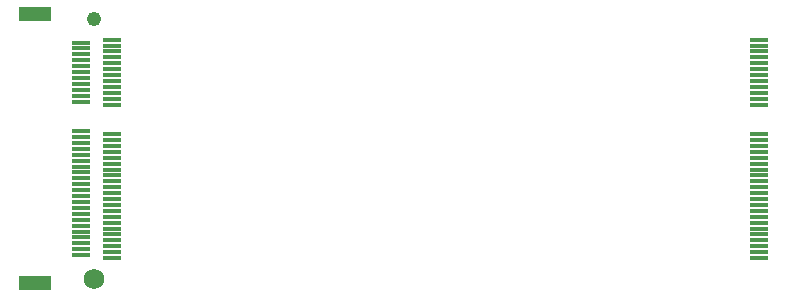
<source format=gts>
G04*
G04 #@! TF.GenerationSoftware,Altium Limited,Altium Designer,21.7.2 (23)*
G04*
G04 Layer_Color=8388736*
%FSLAX25Y25*%
%MOIN*%
G70*
G04*
G04 #@! TF.SameCoordinates,AC63ED2E-E8E0-4B6E-8806-03F55A2ED641*
G04*
G04*
G04 #@! TF.FilePolarity,Negative*
G04*
G01*
G75*
%ADD20R,0.06221X0.01496*%
%ADD21R,0.11142X0.05039*%
%ADD22R,0.06221X0.01693*%
%ADD23C,0.06811*%
%ADD24C,0.04842*%
%ADD25C,0.00400*%
D20*
X226378Y291339D02*
D03*
X236772Y292323D02*
D03*
X226378Y293307D02*
D03*
X236772Y294291D02*
D03*
X226378Y295276D02*
D03*
X236772Y296260D02*
D03*
X226378Y297244D02*
D03*
X236772Y298228D02*
D03*
Y268701D02*
D03*
X226378Y269685D02*
D03*
X236772Y270669D02*
D03*
X226378Y271654D02*
D03*
X236772Y272638D02*
D03*
X226378Y273622D02*
D03*
X236772Y274606D02*
D03*
X226378Y275590D02*
D03*
X236772Y276575D02*
D03*
X226378Y277559D02*
D03*
X236772Y278543D02*
D03*
X226378Y279528D02*
D03*
X236772Y280512D02*
D03*
X226378Y281496D02*
D03*
X236772Y282480D02*
D03*
X226378Y283465D02*
D03*
X236772Y284449D02*
D03*
X226378Y285433D02*
D03*
X236772Y286417D02*
D03*
X226378Y287402D02*
D03*
X236772Y288386D02*
D03*
X226378Y289370D02*
D03*
X236772Y290354D02*
D03*
X226378Y299213D02*
D03*
X236772Y300197D02*
D03*
X226378Y301181D02*
D03*
X236772Y302165D02*
D03*
X226378Y303150D02*
D03*
X236772Y304134D02*
D03*
X226378Y305118D02*
D03*
X236772Y306102D02*
D03*
X226378Y307087D02*
D03*
X236772Y308071D02*
D03*
X226378Y309055D02*
D03*
X236772Y310039D02*
D03*
X226378Y311024D02*
D03*
X236772Y319882D02*
D03*
X226378Y320866D02*
D03*
X236772Y321850D02*
D03*
X226378Y322835D02*
D03*
X236772Y323819D02*
D03*
X226378Y324803D02*
D03*
X236772Y325787D02*
D03*
X226378Y326772D02*
D03*
X236772Y327756D02*
D03*
X226378Y328740D02*
D03*
X236772Y329724D02*
D03*
X226378Y330709D02*
D03*
X236772Y331693D02*
D03*
X226378Y332677D02*
D03*
X236772Y333661D02*
D03*
X226378Y334646D02*
D03*
X236772Y335630D02*
D03*
X226378Y336614D02*
D03*
X236772Y337598D02*
D03*
X226378Y338583D02*
D03*
X236772Y339567D02*
D03*
X226378Y340551D02*
D03*
X236772Y341535D02*
D03*
D21*
X211102Y260295D02*
D03*
Y349941D02*
D03*
D22*
X452362Y341535D02*
D03*
Y339567D02*
D03*
Y337598D02*
D03*
Y335630D02*
D03*
Y333661D02*
D03*
Y331693D02*
D03*
Y329724D02*
D03*
Y327756D02*
D03*
Y325787D02*
D03*
Y323819D02*
D03*
Y321850D02*
D03*
Y319882D02*
D03*
Y310039D02*
D03*
Y308071D02*
D03*
Y306102D02*
D03*
Y304134D02*
D03*
Y302165D02*
D03*
Y300197D02*
D03*
Y290354D02*
D03*
Y288386D02*
D03*
Y286417D02*
D03*
Y284449D02*
D03*
Y282480D02*
D03*
Y280512D02*
D03*
Y278543D02*
D03*
Y276575D02*
D03*
Y274606D02*
D03*
Y272638D02*
D03*
Y270669D02*
D03*
Y268701D02*
D03*
Y298228D02*
D03*
Y296260D02*
D03*
Y294291D02*
D03*
Y292323D02*
D03*
D23*
X230669Y261811D02*
D03*
D24*
Y348425D02*
D03*
D25*
X224000Y259000D02*
D03*
X227500Y266000D02*
D03*
X224000Y315000D02*
D03*
Y343000D02*
D03*
X234500Y266000D02*
D03*
X231000Y315000D02*
D03*
Y343000D02*
D03*
X238000Y259000D02*
D03*
X241500Y266000D02*
D03*
X238000Y315000D02*
D03*
X248500Y266000D02*
D03*
X245000Y315000D02*
D03*
X255500Y266000D02*
D03*
X252000Y315000D02*
D03*
X262500Y266000D02*
D03*
X259000Y315000D02*
D03*
X269500Y266000D02*
D03*
X266000Y315000D02*
D03*
X276500Y266000D02*
D03*
X273000Y315000D02*
D03*
X283500Y266000D02*
D03*
X280000Y315000D02*
D03*
X290500Y266000D02*
D03*
X287000Y315000D02*
D03*
X297500Y266000D02*
D03*
X294000Y315000D02*
D03*
X304500Y266000D02*
D03*
X301000Y315000D02*
D03*
X311500Y266000D02*
D03*
X308000Y315000D02*
D03*
X318500Y266000D02*
D03*
X315000Y315000D02*
D03*
X325500Y266000D02*
D03*
X322000Y315000D02*
D03*
X332500Y266000D02*
D03*
X329000Y315000D02*
D03*
X339500Y266000D02*
D03*
X336000Y315000D02*
D03*
X346500Y266000D02*
D03*
X343000Y315000D02*
D03*
X353500Y266000D02*
D03*
X350000Y315000D02*
D03*
X360500Y266000D02*
D03*
X357000Y315000D02*
D03*
X367500Y266000D02*
D03*
X364000Y315000D02*
D03*
X374500Y266000D02*
D03*
X371000Y315000D02*
D03*
X381500Y266000D02*
D03*
X378000Y315000D02*
D03*
X388500Y266000D02*
D03*
X385000Y315000D02*
D03*
X395500Y266000D02*
D03*
X392000Y315000D02*
D03*
X402500Y266000D02*
D03*
X399000Y315000D02*
D03*
X409500Y266000D02*
D03*
X406000Y315000D02*
D03*
X416500Y266000D02*
D03*
X413000Y315000D02*
D03*
X423500Y266000D02*
D03*
X420000Y315000D02*
D03*
X430500Y266000D02*
D03*
X427000Y315000D02*
D03*
X437500Y266000D02*
D03*
X434000Y315000D02*
D03*
X441000D02*
D03*
M02*

</source>
